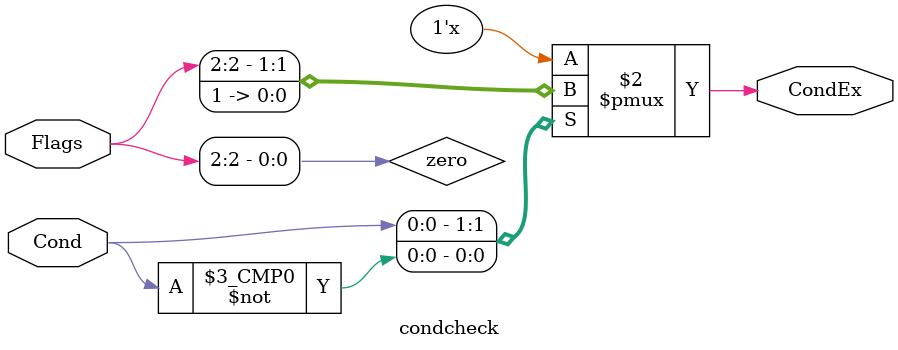
<source format=sv>
module condcheck (
    input logic       Cond,
    input logic [3:0] Flags,
    output logic CondEx);

    logic zero;

    assign zero = Flags[2];

    always_comb
        case(Cond)
            1'b1:    CondEx = zero; // EQ
            1'b0:    CondEx = 1'b1; // Always
            default: CondEx = 1'bx; // undefined
    endcase

endmodule
</source>
